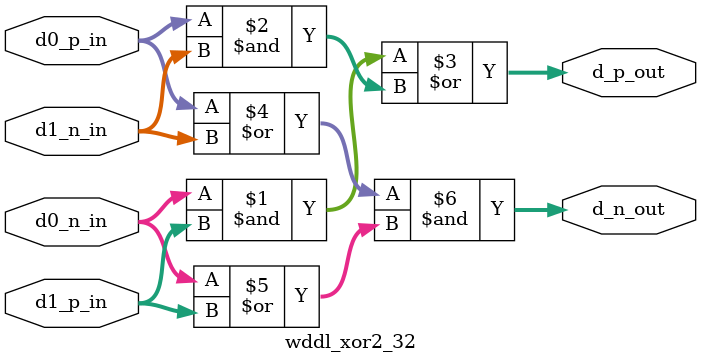
<source format=v>
module  wddl_xor2_32
(
 d0_p_in
,d0_n_in
,d1_p_in
,d1_n_in
,d_p_out
,d_n_out
);

input[31:0]   d0_p_in, d0_n_in;
input[31:0]   d1_p_in, d1_n_in;
output[31:0]   d_p_out, d_n_out;


assign  d_p_out = (d0_n_in & d1_p_in) | (d0_p_in & d1_n_in);
assign  d_n_out = (d0_p_in | d1_n_in) & (d0_n_in | d1_p_in);

endmodule


</source>
